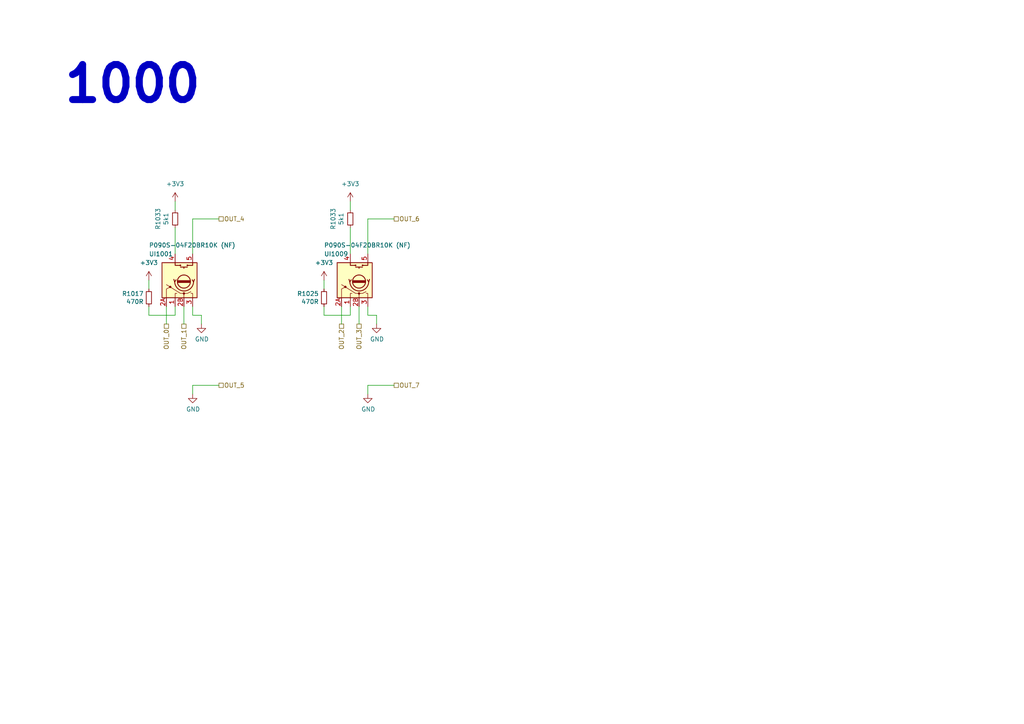
<source format=kicad_sch>
(kicad_sch (version 20230121) (generator eeschema)
  (paper "A4")
  (lib_symbols
    (symbol "power:+3V3" (power) (pin_names (offset 0))
      (property "Value" "+3V3" (at 0 3.556 0))
      (symbol "+3V3_0_1"
        (polyline (pts (xy -0.762 1.27) (xy 0 2.54)))
        (polyline (pts (xy 0 0) (xy 0 2.54)))
        (polyline (pts (xy 0 2.54) (xy 0.762 1.27)))
      )
      (symbol "+3V3_1_1"
        (pin power_in line (at 0 0 90) (length 0) hide (name "+3V3") (number "1"))
      )
    )
    (symbol "power:GND" (power) (pin_names (offset 0))
      (property "Value" "GND" (at 0 -3.81 0))
      (symbol "GND_0_1"
        (polyline (pts (xy 0 0) (xy 0 -1.27) (xy 1.27 -1.27) (xy 0 -2.54) (xy -1.27 -1.27) (xy 0 -1.27)))
      )
      (symbol "GND_1_1"
        (pin power_in line (at 0 0 270) (length 0) hide (name "GND") (number "1"))
      )
    )
    (symbol "suku_basics:RES" (pin_numbers hide) (pin_names (offset 0.254) hide)
      (property "Reference" "R" (at 0.762 0.508 0))
      (property "Value" "RES" (at 0.762 -1.016 0))
      (symbol "RES_1_1"
        (rectangle (start -0.762 1.778) (end 0.762 -1.778) (stroke (width 0.2032)))
        (pin passive line (at 0 2.54 270) (length 0.762) (name "~") (number "1"))
        (pin passive line (at 0 -2.54 90) (length 0.762) (name "~") (number "2"))
      )
    )
    (symbol "suku_basics:UI_Endless_Potentiometer_Switch" (pin_names (offset 0.254) hide)
      (property "Reference" "UI" (at -3.81 7.62 0))
      (property "Value" "UI_Endless_Potentiometer_Switch" (at 0 -7.62 0))
      (symbol "UI_Endless_Potentiometer_Switch_0_1"
        (rectangle (start -5.08 6.35) (end 5.08 -3.81) (stroke (width 0.254)) (fill (type background)))
        (circle (center -3.81 0) (radius 0.254) (fill (type outline)))
        (circle (center -1.9304 3.9624) (radius 0.254) (fill (type outline)))
        (circle (center -0.381 0) (radius 1.905) (stroke (width 0.254)))
        (arc (start -0.381 2.667) (mid -3.0988 -0.0635) (end -0.381 -2.794) (stroke (width 0.254)))
        (polyline (pts (xy -0.635 -1.778) (xy -0.635 1.778)) (stroke (width 0.254)))
        (polyline (pts (xy -0.381 -1.778) (xy -0.381 1.778)) (stroke (width 0.254)))
        (polyline (pts (xy -0.127 1.778) (xy -0.127 -1.778)) (stroke (width 0.254)))
        (polyline (pts (xy 3.81 0) (xy 3.429 0)) (stroke (width 0.254)))
        (polyline (pts (xy 3.81 1.016) (xy 3.81 -1.016)) (stroke (width 0.254)))
        (polyline (pts (xy -5.08 -2.54) (xy -3.81 -2.54) (xy -3.81 -2.032)))
        (polyline (pts (xy -5.08 2.54) (xy -3.81 2.54) (xy -3.81 2.032)))
        (polyline (pts (xy 0.254 -3.048) (xy -0.508 -2.794) (xy 0.127 -2.413)) (stroke (width 0.254)))
        (polyline (pts (xy 0.254 2.921) (xy -0.508 2.667) (xy 0.127 2.286)) (stroke (width 0.254)))
        (polyline (pts (xy 5.08 -2.54) (xy 4.318 -2.54) (xy 4.318 -1.016)) (stroke (width 0.254)))
        (polyline (pts (xy 5.08 2.54) (xy 4.318 2.54) (xy 4.318 1.016)) (stroke (width 0.254)))
        (polyline (pts (xy -5.08 0) (xy -3.81 0) (xy -3.81 -1.016) (xy -3.302 -2.032)))
        (polyline (pts (xy -5.08 5.08) (xy -4.572 5.08) (xy -2.54 5.08) (xy -1.9304 3.9624)))
        (polyline (pts (xy -4.318 0) (xy -3.81 0) (xy -3.81 1.016) (xy -1.27 5.08)))
        (circle (center 4.318 -1.016) (radius 0.127) (stroke (width 0.254)))
        (circle (center 4.318 1.016) (radius 0.127) (stroke (width 0.254)))
      )
      (symbol "UI_Endless_Potentiometer_Switch_1_1"
        (pin passive line (at -7.62 2.54 0) (length 2.54) (name "1") (number "1"))
        (pin passive line (at -7.62 5.08 0) (length 2.54) (name "2A") (number "2A"))
        (pin passive line (at -7.62 0 0) (length 2.54) (name "2B") (number "2B"))
        (pin passive line (at -7.62 -2.54 0) (length 2.54) (name "3") (number "3"))
        (pin passive line (at 7.62 2.54 180) (length 2.54) (name "4") (number "4"))
        (pin passive line (at 7.62 -2.54 180) (length 2.54) (name "5") (number "5"))
        (pin no_connect line (at 0 -5.08 90) (length 2.54) hide (name "6") (number "6"))
        (pin no_connect line (at 0 7.62 270) (length 2.54) hide (name "7") (number "7"))
      )
    )
  )
  (wire (pts (xy 93.98 81.28) (xy 93.98 83.82)))
  (wire (pts (xy 55.88 91.44) (xy 55.88 88.9)))
  (wire (pts (xy 106.68 111.76) (xy 114.3 111.76)))
  (wire (pts (xy 99.06 88.9) (xy 99.06 93.98)))
  (wire (pts (xy 58.42 93.98) (xy 58.42 91.44)))
  (wire (pts (xy 63.5 63.5) (xy 55.88 63.5)))
  (wire (pts (xy 50.8 58.42) (xy 50.8 60.96)))
  (wire (pts (xy 106.68 114.3) (xy 106.68 111.76)))
  (wire (pts (xy 48.26 88.9) (xy 48.26 93.98)))
  (wire (pts (xy 55.88 114.3) (xy 55.88 111.76)))
  (wire (pts (xy 93.98 88.9) (xy 93.98 91.44)))
  (wire (pts (xy 43.18 81.28) (xy 43.18 83.82)))
  (wire (pts (xy 104.14 93.98) (xy 104.14 88.9)))
  (wire (pts (xy 43.18 91.44) (xy 50.8 91.44)))
  (wire (pts (xy 101.6 91.44) (xy 101.6 88.9)))
  (wire (pts (xy 106.68 91.44) (xy 106.68 88.9)))
  (wire (pts (xy 93.98 91.44) (xy 101.6 91.44)))
  (wire (pts (xy 55.88 111.76) (xy 63.5 111.76)))
  (wire (pts (xy 50.8 66.04) (xy 50.8 73.66)))
  (wire (pts (xy 55.88 63.5) (xy 55.88 73.66)))
  (wire (pts (xy 101.6 58.42) (xy 101.6 60.96)))
  (wire (pts (xy 101.6 66.04) (xy 101.6 73.66)))
  (wire (pts (xy 53.34 93.98) (xy 53.34 88.9)))
  (wire (pts (xy 114.3 63.5) (xy 106.68 63.5)))
  (wire (pts (xy 58.42 91.44) (xy 55.88 91.44)))
  (wire (pts (xy 109.22 93.98) (xy 109.22 91.44)))
  (wire (pts (xy 106.68 63.5) (xy 106.68 73.66)))
  (wire (pts (xy 50.8 91.44) (xy 50.8 88.9)))
  (wire (pts (xy 109.22 91.44) (xy 106.68 91.44)))
  (wire (pts (xy 43.18 88.9) (xy 43.18 91.44)))
  (text "1000" (at 17.78 30.48 0) (effects (font (size 10.16 10.16) (thickness 2.032) bold) (justify left bottom)))
  (hierarchical_label "OUT_2" (shape passive) (at 99.06 93.98 270))
  (hierarchical_label "OUT_4" (shape passive) (at 63.5 63.5 0))
  (hierarchical_label "OUT_5" (shape passive) (at 63.5 111.76 0))
  (hierarchical_label "OUT_3" (shape passive) (at 104.14 93.98 270))
  (hierarchical_label "OUT_0" (shape passive) (at 48.26 93.98 270))
  (hierarchical_label "OUT_7" (shape passive) (at 114.3 111.76 0))
  (hierarchical_label "OUT_6" (shape passive) (at 114.3 63.5 0))
  (hierarchical_label "OUT_1" (shape passive) (at 53.34 93.98 270))
  (symbol (lib_id "suku_basics:UI_Endless_Potentiometer_Switch") (at 53.34 81.28 90) (unit 1)
    (property "Reference" "UI1001" (at 43.18 73.66 90) (effects (justify right)))
    (property "Value" "P090S-04F20BR10K (NF)" (at 43.18 71.12 90) (effects (justify right)))
    (property "Footprint" "suku_basics:UI_ENDLESSPOTSW_ALPHA" (effects hide))
  )
  (symbol (lib_id "suku_basics:UI_Endless_Potentiometer_Switch") (at 104.14 81.28 90) (unit 1)
    (property "Reference" "UI1009" (at 93.98 73.66 90) (effects (justify right)))
    (property "Value" "P090S-04F20BR10K (NF)" (at 93.98 71.12 90) (effects (justify right)))
    (property "Footprint" "suku_basics:UI_ENDLESSPOTSW_ALPHA" (effects hide))
  )
  (symbol (lib_id "power:GND") (at 58.42 93.98 0) (unit 1)
    (property "Reference" "#PWR01029" (effects hide))
    (property "Value" "GND" (at 58.547 98.3742 0))
  )
  (symbol (lib_id "power:GND") (at 109.22 93.98 0) (unit 1)
    (property "Reference" "#PWR01045" (effects hide))
    (property "Value" "GND" (at 109.347 98.3742 0))
  )
  (symbol (lib_id "power:GND") (at 106.68 114.3 0) (unit 1)
    (property "Reference" "#PWR0703" (effects hide))
    (property "Value" "GND" (at 106.807 118.6942 0))
  )
  (symbol (lib_id "suku_basics:RES") (at 93.98 86.36 0) (mirror y) (unit 1)
    (property "Reference" "R1025" (at 92.4814 85.1916 0) (effects (justify left)))
    (property "Value" "470R" (at 92.4814 87.503 0) (effects (justify left)))
    (property "Footprint" "suku_basics:RES_0402" (effects hide))
  )
  (symbol (lib_id "power:+3V3") (at 101.6 58.42 0) (unit 1)
    (property "Reference" "#PWR01057" (effects hide))
    (property "Value" "+3V3" (at 101.6 53.34 0))
    (instances (project "TEK2" (path "" (reference "#PWR01057") (unit 1)) (path "" (reference "#PWR0702") (unit 1))))
  )
  (symbol (lib_id "suku_basics:RES") (at 101.6 63.5 0) (unit 1)
    (property "Reference" "R1033" (at 96.6216 63.5 90))
    (property "Value" "5k1" (at 98.933 63.5 90))
    (property "Footprint" "suku_basics:RES_0402" (effects hide))
    (instances (project "TEK2" (path "" (reference "R1033") (unit 1)) (path "" (reference "R703") (unit 1))))
  )
  (symbol (lib_id "power:+3V3") (at 50.8 58.42 0) (unit 1)
    (property "Reference" "#PWR01057" (effects hide))
    (property "Value" "+3V3" (at 50.8 53.34 0))
    (instances (project "TEK2" (path "" (reference "#PWR01057") (unit 1)) (path "" (reference "#PWR0701") (unit 1))))
  )
  (symbol (lib_id "power:+3V3") (at 93.98 81.28 0) (unit 1)
    (property "Reference" "#PWR01041" (effects hide))
    (property "Value" "+3V3" (at 93.98 76.2 0))
  )
  (symbol (lib_id "suku_basics:RES") (at 43.18 86.36 0) (mirror y) (unit 1)
    (property "Reference" "R1017" (at 41.6814 85.1916 0) (effects (justify left)))
    (property "Value" "470R" (at 41.6814 87.503 0) (effects (justify left)))
    (property "Footprint" "suku_basics:RES_0402" (effects hide))
  )
  (symbol (lib_id "power:+3V3") (at 43.18 81.28 0) (unit 1)
    (property "Reference" "#PWR01025" (effects hide))
    (property "Value" "+3V3" (at 43.18 76.2 0))
  )
  (symbol (lib_id "power:GND") (at 55.88 114.3 0) (unit 1)
    (property "Reference" "#PWR0704" (effects hide))
    (property "Value" "GND" (at 56.007 118.6942 0))
  )
  (symbol (lib_id "suku_basics:RES") (at 50.8 63.5 0) (unit 1)
    (property "Reference" "R1033" (at 45.8216 63.5 90))
    (property "Value" "5k1" (at 48.133 63.5 90))
    (property "Footprint" "suku_basics:RES_0402" (effects hide))
    (instances (project "TEK2" (path "" (reference "R1033") (unit 1)) (path "" (reference "R702") (unit 1))))
  )
)
</source>
